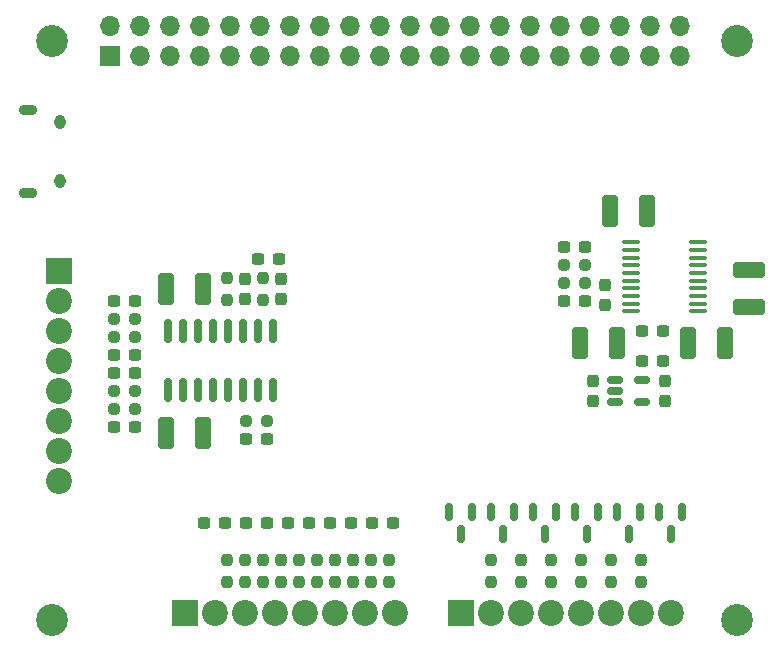
<source format=gbs>
G04 #@! TF.GenerationSoftware,KiCad,Pcbnew,(6.0.6)*
G04 #@! TF.CreationDate,2022-08-21T21:59:20+02:00*
G04 #@! TF.ProjectId,Phoniebox,50686f6e-6965-4626-9f78-2e6b69636164,rev?*
G04 #@! TF.SameCoordinates,Original*
G04 #@! TF.FileFunction,Soldermask,Bot*
G04 #@! TF.FilePolarity,Negative*
%FSLAX46Y46*%
G04 Gerber Fmt 4.6, Leading zero omitted, Abs format (unit mm)*
G04 Created by KiCad (PCBNEW (6.0.6)) date 2022-08-21 21:59:20*
%MOMM*%
%LPD*%
G01*
G04 APERTURE LIST*
G04 Aperture macros list*
%AMRoundRect*
0 Rectangle with rounded corners*
0 $1 Rounding radius*
0 $2 $3 $4 $5 $6 $7 $8 $9 X,Y pos of 4 corners*
0 Add a 4 corners polygon primitive as box body*
4,1,4,$2,$3,$4,$5,$6,$7,$8,$9,$2,$3,0*
0 Add four circle primitives for the rounded corners*
1,1,$1+$1,$2,$3*
1,1,$1+$1,$4,$5*
1,1,$1+$1,$6,$7*
1,1,$1+$1,$8,$9*
0 Add four rect primitives between the rounded corners*
20,1,$1+$1,$2,$3,$4,$5,0*
20,1,$1+$1,$4,$5,$6,$7,0*
20,1,$1+$1,$6,$7,$8,$9,0*
20,1,$1+$1,$8,$9,$2,$3,0*%
G04 Aperture macros list end*
%ADD10C,2.700000*%
%ADD11R,2.200000X2.200000*%
%ADD12C,2.200000*%
%ADD13O,0.950000X1.250000*%
%ADD14O,1.550000X0.890000*%
%ADD15R,1.700000X1.700000*%
%ADD16O,1.700000X1.700000*%
%ADD17RoundRect,0.237500X0.237500X-0.300000X0.237500X0.300000X-0.237500X0.300000X-0.237500X-0.300000X0*%
%ADD18RoundRect,0.237500X0.300000X0.237500X-0.300000X0.237500X-0.300000X-0.237500X0.300000X-0.237500X0*%
%ADD19RoundRect,0.237500X-0.237500X0.250000X-0.237500X-0.250000X0.237500X-0.250000X0.237500X0.250000X0*%
%ADD20RoundRect,0.150000X-0.150000X0.587500X-0.150000X-0.587500X0.150000X-0.587500X0.150000X0.587500X0*%
%ADD21RoundRect,0.237500X-0.300000X-0.237500X0.300000X-0.237500X0.300000X0.237500X-0.300000X0.237500X0*%
%ADD22RoundRect,0.237500X-0.237500X0.300000X-0.237500X-0.300000X0.237500X-0.300000X0.237500X0.300000X0*%
%ADD23RoundRect,0.237500X0.250000X0.237500X-0.250000X0.237500X-0.250000X-0.237500X0.250000X-0.237500X0*%
%ADD24RoundRect,0.250000X-0.412500X-1.100000X0.412500X-1.100000X0.412500X1.100000X-0.412500X1.100000X0*%
%ADD25RoundRect,0.237500X0.237500X-0.250000X0.237500X0.250000X-0.237500X0.250000X-0.237500X-0.250000X0*%
%ADD26RoundRect,0.100000X-0.637500X-0.100000X0.637500X-0.100000X0.637500X0.100000X-0.637500X0.100000X0*%
%ADD27RoundRect,0.150000X-0.150000X0.850000X-0.150000X-0.850000X0.150000X-0.850000X0.150000X0.850000X0*%
%ADD28RoundRect,0.250000X0.412500X1.100000X-0.412500X1.100000X-0.412500X-1.100000X0.412500X-1.100000X0*%
%ADD29RoundRect,0.150000X-0.512500X-0.150000X0.512500X-0.150000X0.512500X0.150000X-0.512500X0.150000X0*%
%ADD30RoundRect,0.250000X-1.100000X0.412500X-1.100000X-0.412500X1.100000X-0.412500X1.100000X0.412500X0*%
%ADD31RoundRect,0.237500X-0.250000X-0.237500X0.250000X-0.237500X0.250000X0.237500X-0.250000X0.237500X0*%
G04 APERTURE END LIST*
D10*
X161500000Y-47500000D03*
X103500000Y-96500000D03*
X103500000Y-47500000D03*
D11*
X104064000Y-66980000D03*
D12*
X104064000Y-69520000D03*
X104064000Y-72060000D03*
X104064000Y-74600000D03*
X104064000Y-77140000D03*
X104064000Y-79680000D03*
X104064000Y-82220000D03*
X104064000Y-84760000D03*
D13*
X104150972Y-59349958D03*
D14*
X101450972Y-60349958D03*
D13*
X104150972Y-54349958D03*
D14*
X101450972Y-53349958D03*
D10*
X161500000Y-96500000D03*
D11*
X114732000Y-95936000D03*
D12*
X117272000Y-95936000D03*
X119812000Y-95936000D03*
X122352000Y-95936000D03*
X124892000Y-95936000D03*
X127432000Y-95936000D03*
X129972000Y-95936000D03*
X132512000Y-95936000D03*
D11*
X138100000Y-95936000D03*
D12*
X140640000Y-95936000D03*
X143180000Y-95936000D03*
X145720000Y-95936000D03*
X148260000Y-95936000D03*
X150800000Y-95936000D03*
X153340000Y-95936000D03*
X155880000Y-95936000D03*
D15*
X108370000Y-48770000D03*
D16*
X108370000Y-46230000D03*
X110910000Y-48770000D03*
X110910000Y-46230000D03*
X113450000Y-48770000D03*
X113450000Y-46230000D03*
X115990000Y-48770000D03*
X115990000Y-46230000D03*
X118530000Y-48770000D03*
X118530000Y-46230000D03*
X121070000Y-48770000D03*
X121070000Y-46230000D03*
X123610000Y-48770000D03*
X123610000Y-46230000D03*
X126150000Y-48770000D03*
X126150000Y-46230000D03*
X128690000Y-48770000D03*
X128690000Y-46230000D03*
X131230000Y-48770000D03*
X131230000Y-46230000D03*
X133770000Y-48770000D03*
X133770000Y-46230000D03*
X136310000Y-48770000D03*
X136310000Y-46230000D03*
X138850000Y-48770000D03*
X138850000Y-46230000D03*
X141390000Y-48770000D03*
X141390000Y-46230000D03*
X143930000Y-48770000D03*
X143930000Y-46230000D03*
X146470000Y-48770000D03*
X146470000Y-46230000D03*
X149010000Y-48770000D03*
X149010000Y-46230000D03*
X151550000Y-48770000D03*
X151550000Y-46230000D03*
X154090000Y-48770000D03*
X154090000Y-46230000D03*
X156630000Y-48770000D03*
X156630000Y-46230000D03*
D17*
X122860000Y-69366500D03*
X122860000Y-67641500D03*
D18*
X148614500Y-69520000D03*
X146889500Y-69520000D03*
D19*
X130480000Y-91467500D03*
X130480000Y-93292500D03*
D20*
X140706000Y-87378500D03*
X142606000Y-87378500D03*
X141656000Y-89253500D03*
D21*
X108789500Y-75616000D03*
X110514500Y-75616000D03*
D22*
X119812000Y-67641500D03*
X119812000Y-69366500D03*
D23*
X110564500Y-78664000D03*
X108739500Y-78664000D03*
D24*
X150761500Y-61900000D03*
X153886500Y-61900000D03*
D20*
X154930000Y-87378500D03*
X156830000Y-87378500D03*
X155880000Y-89253500D03*
D19*
X153340000Y-91467500D03*
X153340000Y-93292500D03*
D25*
X128956000Y-93292500D03*
X128956000Y-91467500D03*
D23*
X110564500Y-72568000D03*
X108739500Y-72568000D03*
D19*
X145720000Y-91467500D03*
X145720000Y-93292500D03*
D25*
X132004000Y-93292500D03*
X132004000Y-91467500D03*
D26*
X152509500Y-70413000D03*
X152509500Y-69763000D03*
X152509500Y-69113000D03*
X152509500Y-68463000D03*
X152509500Y-67813000D03*
X152509500Y-67163000D03*
X152509500Y-66513000D03*
X152509500Y-65863000D03*
X152509500Y-65213000D03*
X152509500Y-64563000D03*
X158234500Y-64563000D03*
X158234500Y-65213000D03*
X158234500Y-65863000D03*
X158234500Y-66513000D03*
X158234500Y-67163000D03*
X158234500Y-67813000D03*
X158234500Y-68463000D03*
X158234500Y-69113000D03*
X158234500Y-69763000D03*
X158234500Y-70413000D03*
D22*
X149276000Y-76277500D03*
X149276000Y-78002500D03*
D20*
X147818000Y-87378500D03*
X149718000Y-87378500D03*
X148768000Y-89253500D03*
X144262000Y-87378500D03*
X146162000Y-87378500D03*
X145212000Y-89253500D03*
D24*
X157365500Y-73076000D03*
X160490500Y-73076000D03*
D27*
X113335000Y-72100000D03*
X114605000Y-72100000D03*
X115875000Y-72100000D03*
X117145000Y-72100000D03*
X118415000Y-72100000D03*
X119685000Y-72100000D03*
X120955000Y-72100000D03*
X122225000Y-72100000D03*
X122225000Y-77100000D03*
X120955000Y-77100000D03*
X119685000Y-77100000D03*
X118415000Y-77100000D03*
X117145000Y-77100000D03*
X115875000Y-77100000D03*
X114605000Y-77100000D03*
X113335000Y-77100000D03*
D28*
X151346500Y-73076000D03*
X148221500Y-73076000D03*
D25*
X119812000Y-93292500D03*
X119812000Y-91467500D03*
D18*
X125246500Y-88316000D03*
X123521500Y-88316000D03*
D29*
X151186500Y-78090000D03*
X151186500Y-77140000D03*
X151186500Y-76190000D03*
X153461500Y-76190000D03*
X153461500Y-78090000D03*
D18*
X121690500Y-88316000D03*
X119965500Y-88316000D03*
D22*
X155372000Y-76277500D03*
X155372000Y-78002500D03*
D23*
X110564500Y-71044000D03*
X108739500Y-71044000D03*
D22*
X150292000Y-68149500D03*
X150292000Y-69874500D03*
D19*
X124384000Y-91467500D03*
X124384000Y-93292500D03*
D18*
X155218500Y-74600000D03*
X153493500Y-74600000D03*
D19*
X140640000Y-91467500D03*
X140640000Y-93292500D03*
D28*
X116294500Y-68504000D03*
X113169500Y-68504000D03*
D23*
X148664500Y-67996000D03*
X146839500Y-67996000D03*
D18*
X122706500Y-65964000D03*
X120981500Y-65964000D03*
D21*
X127077500Y-88316000D03*
X128802500Y-88316000D03*
D19*
X121336000Y-91467500D03*
X121336000Y-93292500D03*
X143180000Y-91467500D03*
X143180000Y-93292500D03*
D25*
X125908000Y-93292500D03*
X125908000Y-91467500D03*
D21*
X108789500Y-74092000D03*
X110514500Y-74092000D03*
D19*
X121336000Y-67591500D03*
X121336000Y-69416500D03*
D21*
X108789500Y-69520000D03*
X110514500Y-69520000D03*
D20*
X137150000Y-87378500D03*
X139050000Y-87378500D03*
X138100000Y-89253500D03*
D19*
X150800000Y-91467500D03*
X150800000Y-93292500D03*
X118288000Y-91467500D03*
X118288000Y-93292500D03*
X148260000Y-91467500D03*
X148260000Y-93292500D03*
D18*
X118134500Y-88316000D03*
X116409500Y-88316000D03*
D21*
X130633500Y-88316000D03*
X132358500Y-88316000D03*
D20*
X151374000Y-87378500D03*
X153274000Y-87378500D03*
X152324000Y-89253500D03*
D18*
X121690500Y-81204000D03*
X119965500Y-81204000D03*
D25*
X122860000Y-93292500D03*
X122860000Y-91467500D03*
D21*
X153493500Y-72060000D03*
X155218500Y-72060000D03*
D28*
X116256000Y-80696000D03*
X113131000Y-80696000D03*
D21*
X108789500Y-80188000D03*
X110514500Y-80188000D03*
D19*
X127432000Y-91467500D03*
X127432000Y-93292500D03*
D25*
X118288000Y-69416500D03*
X118288000Y-67591500D03*
D30*
X162484000Y-66941500D03*
X162484000Y-70066500D03*
D23*
X148664500Y-66472000D03*
X146839500Y-66472000D03*
D21*
X146889500Y-64948000D03*
X148614500Y-64948000D03*
D23*
X110564500Y-77140000D03*
X108739500Y-77140000D03*
D31*
X119915500Y-79680000D03*
X121740500Y-79680000D03*
M02*

</source>
